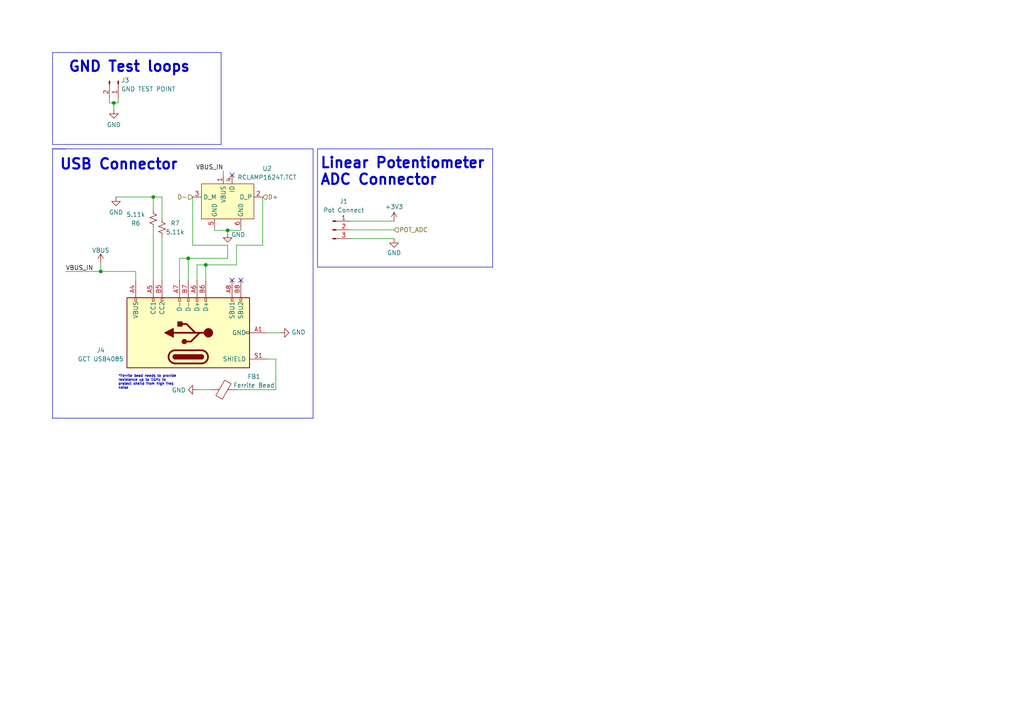
<source format=kicad_sch>
(kicad_sch (version 20230121) (generator eeschema)
  (paper "A4")
  (lib_symbols
    (symbol "Bluetooth-Pump-rescue:Ferrite_Bead-Device" (pin_numbers hide) (pin_names (offset 0))
      (property "Reference" "FB" (at -3.81 0.635 90))
      (property "Value" "Ferrite_Bead-Device" (at 3.81 0 90))
      (symbol "Ferrite_Bead-Device_0_1"
        (polyline (pts (xy 0 -1.27) (xy 0 -1.2192)))
        (polyline (pts (xy 0 1.27) (xy 0 1.2954)))
        (polyline (pts (xy -2.7686 0.4064) (xy -1.7018 2.2606) (xy 2.7686 -0.3048) (xy 1.6764 -2.159) (xy -2.7686 0.4064)))
      )
      (symbol "Ferrite_Bead-Device_1_1"
        (pin passive line (at 0 3.81 270) (length 2.54) (name "~") (number "1"))
        (pin passive line (at 0 -3.81 90) (length 2.54) (name "~") (number "2"))
      )
    )
    (symbol "Connector:Conn_01x02_Male" (pin_names (offset 1.016) hide)
      (property "Reference" "J" (at 0 2.54 0))
      (property "Value" "Conn_01x02_Male" (at 0 -5.08 0))
      (symbol "Conn_01x02_Male_1_1"
        (polyline (pts (xy 1.27 -2.54) (xy 0.8636 -2.54)) (stroke (width 0.1524)))
        (polyline (pts (xy 1.27 0) (xy 0.8636 0)) (stroke (width 0.1524)))
        (rectangle (start 0.8636 -2.413) (end 0 -2.667) (stroke (width 0.1524)) (fill (type outline)))
        (rectangle (start 0.8636 0.127) (end 0 -0.127) (stroke (width 0.1524)) (fill (type outline)))
        (pin passive line (at 5.08 0 180) (length 3.81) (name "Pin_1") (number "1"))
        (pin passive line (at 5.08 -2.54 180) (length 3.81) (name "Pin_2") (number "2"))
      )
    )
    (symbol "Connector:Conn_01x03_Pin" (pin_names (offset 1.016) hide)
      (property "Reference" "J" (at 0 5.08 0))
      (property "Value" "Conn_01x03_Pin" (at 0 -5.08 0))
      (symbol "Conn_01x03_Pin_1_1"
        (polyline (pts (xy 1.27 -2.54) (xy 0.8636 -2.54)) (stroke (width 0.1524)))
        (polyline (pts (xy 1.27 0) (xy 0.8636 0)) (stroke (width 0.1524)))
        (polyline (pts (xy 1.27 2.54) (xy 0.8636 2.54)) (stroke (width 0.1524)))
        (rectangle (start 0.8636 -2.413) (end 0 -2.667) (stroke (width 0.1524)) (fill (type outline)))
        (rectangle (start 0.8636 0.127) (end 0 -0.127) (stroke (width 0.1524)) (fill (type outline)))
        (rectangle (start 0.8636 2.667) (end 0 2.413) (stroke (width 0.1524)) (fill (type outline)))
        (pin passive line (at 5.08 2.54 180) (length 3.81) (name "Pin_1") (number "1"))
        (pin passive line (at 5.08 0 180) (length 3.81) (name "Pin_2") (number "2"))
        (pin passive line (at 5.08 -2.54 180) (length 3.81) (name "Pin_3") (number "3"))
      )
    )
    (symbol "Connector:USB_C_Receptacle_USB2.0" (pin_names (offset 1.016))
      (property "Reference" "J" (at -10.16 19.05 0))
      (property "Value" "USB_C_Receptacle_USB2.0" (at 19.05 19.05 0))
      (symbol "USB_C_Receptacle_USB2.0_0_0"
        (rectangle (start -0.254 -17.78) (end 0.254 -16.764))
        (rectangle (start 10.16 -14.986) (end 9.144 -15.494))
        (rectangle (start 10.16 -12.446) (end 9.144 -12.954))
        (rectangle (start 10.16 -4.826) (end 9.144 -5.334))
        (rectangle (start 10.16 -2.286) (end 9.144 -2.794))
        (rectangle (start 10.16 0.254) (end 9.144 -0.254))
        (rectangle (start 10.16 2.794) (end 9.144 2.286))
        (rectangle (start 10.16 7.874) (end 9.144 7.366))
        (rectangle (start 10.16 10.414) (end 9.144 9.906))
        (rectangle (start 10.16 15.494) (end 9.144 14.986))
      )
      (symbol "USB_C_Receptacle_USB2.0_0_1"
        (rectangle (start -10.16 17.78) (end 10.16 -17.78) (stroke (width 0.254)) (fill (type background)))
        (arc (start -8.89 -3.81) (mid -6.985 -5.7067) (end -5.08 -3.81) (stroke (width 0.508)))
        (arc (start -7.62 -3.81) (mid -6.985 -4.4423) (end -6.35 -3.81) (stroke (width 0.254)))
        (arc (start -7.62 -3.81) (mid -6.985 -4.4423) (end -6.35 -3.81) (stroke (width 0.254)) (fill (type outline)))
        (rectangle (start -7.62 -3.81) (end -6.35 3.81) (stroke (width 0.254)) (fill (type outline)))
        (arc (start -6.35 3.81) (mid -6.985 4.4423) (end -7.62 3.81) (stroke (width 0.254)))
        (arc (start -6.35 3.81) (mid -6.985 4.4423) (end -7.62 3.81) (stroke (width 0.254)) (fill (type outline)))
        (arc (start -5.08 3.81) (mid -6.985 5.7067) (end -8.89 3.81) (stroke (width 0.508)))
        (circle (center -2.54 1.143) (radius 0.635) (stroke (width 0.254)) (fill (type outline)))
        (circle (center 0 -5.842) (radius 1.27) (fill (type outline)))
        (polyline (pts (xy -8.89 -3.81) (xy -8.89 3.81)) (stroke (width 0.508)))
        (polyline (pts (xy -5.08 3.81) (xy -5.08 -3.81)) (stroke (width 0.508)))
        (polyline (pts (xy 0 -5.842) (xy 0 4.318)) (stroke (width 0.508)))
        (polyline (pts (xy 0 -3.302) (xy -2.54 -0.762) (xy -2.54 0.508)) (stroke (width 0.508)))
        (polyline (pts (xy 0 -2.032) (xy 2.54 0.508) (xy 2.54 1.778)) (stroke (width 0.508)))
        (polyline (pts (xy -1.27 4.318) (xy 0 6.858) (xy 1.27 4.318) (xy -1.27 4.318)) (stroke (width 0.254)) (fill (type outline)))
        (rectangle (start 1.905 1.778) (end 3.175 3.048) (stroke (width 0.254)) (fill (type outline)))
      )
      (symbol "USB_C_Receptacle_USB2.0_1_1"
        (pin passive line (at 0 -22.86 90) (length 5.08) (name "GND") (number "A1"))
        (pin passive line (at 0 -22.86 90) (length 5.08) hide (name "GND") (number "A12"))
        (pin passive line (at 15.24 15.24 180) (length 5.08) (name "VBUS") (number "A4"))
        (pin bidirectional line (at 15.24 10.16 180) (length 5.08) (name "CC1") (number "A5"))
        (pin bidirectional line (at 15.24 -2.54 180) (length 5.08) (name "D+") (number "A6"))
        (pin bidirectional line (at 15.24 2.54 180) (length 5.08) (name "D-") (number "A7"))
        (pin bidirectional line (at 15.24 -12.7 180) (length 5.08) (name "SBU1") (number "A8"))
        (pin passive line (at 15.24 15.24 180) (length 5.08) hide (name "VBUS") (number "A9"))
        (pin passive line (at 0 -22.86 90) (length 5.08) hide (name "GND") (number "B1"))
        (pin passive line (at 0 -22.86 90) (length 5.08) hide (name "GND") (number "B12"))
        (pin passive line (at 15.24 15.24 180) (length 5.08) hide (name "VBUS") (number "B4"))
        (pin bidirectional line (at 15.24 7.62 180) (length 5.08) (name "CC2") (number "B5"))
        (pin bidirectional line (at 15.24 -5.08 180) (length 5.08) (name "D+") (number "B6"))
        (pin bidirectional line (at 15.24 0 180) (length 5.08) (name "D-") (number "B7"))
        (pin bidirectional line (at 15.24 -15.24 180) (length 5.08) (name "SBU2") (number "B8"))
        (pin passive line (at 15.24 15.24 180) (length 5.08) hide (name "VBUS") (number "B9"))
        (pin passive line (at -7.62 -22.86 90) (length 5.08) (name "SHIELD") (number "S1"))
      )
    )
    (symbol "Device:R_Small_US" (pin_numbers hide) (pin_names (offset 0.254) hide)
      (property "Reference" "R" (at 0.762 0.508 0))
      (property "Value" "R_Small_US" (at 0.762 -1.016 0))
      (symbol "R_Small_US_1_1"
        (polyline (pts (xy 0 0) (xy 1.016 -0.381) (xy 0 -0.762) (xy -1.016 -1.143) (xy 0 -1.524)))
        (polyline (pts (xy 0 1.524) (xy 1.016 1.143) (xy 0 0.762) (xy -1.016 0.381) (xy 0 0)))
        (pin passive line (at 0 2.54 270) (length 1.016) (name "~") (number "1"))
        (pin passive line (at 0 -2.54 90) (length 1.016) (name "~") (number "2"))
      )
    )
    (symbol "GND_1" (power) (pin_names (offset 0))
      (property "Value" "GND_1" (at 0 -3.81 0))
      (symbol "GND_1_0_1"
        (polyline (pts (xy 0 0) (xy 0 -1.27) (xy 1.27 -1.27) (xy 0 -2.54) (xy -1.27 -1.27) (xy 0 -1.27)))
      )
      (symbol "GND_1_1_1"
        (pin power_in line (at 0 0 270) (length 0) hide (name "GND") (number "1"))
      )
    )
    (symbol "GlucoseWatchschematics:RCLAMP1624T.TCT"
      (property "Reference" "U" (at 11.43 10.16 0))
      (property "Value" "RCLAMP1624T.TCT" (at 11.43 7.62 0))
      (symbol "RCLAMP1624T.TCT_0_1"
        (rectangle (start -7.62 5.08) (end 7.62 -5.08) (fill (type background)))
      )
      (symbol "RCLAMP1624T.TCT_1_1"
        (pin power_in line (at -1.27 7.62 270) (length 2.54) (name "VBUS") (number "1"))
        (pin input line (at 10.16 1.27 180) (length 2.54) (name "D_P") (number "2"))
        (pin input line (at -10.16 1.27 0) (length 2.54) (name "D_M") (number "3"))
        (pin input line (at 1.27 7.62 270) (length 2.54) (name "ID") (number "4"))
        (pin power_in line (at -3.81 -7.62 90) (length 2.54) (name "GND") (number "5"))
        (pin power_in line (at 3.81 -7.62 90) (length 2.54) (name "GND") (number "6"))
      )
    )
    (symbol "power:+3V3" (power) (pin_names (offset 0))
      (property "Value" "+3V3" (at 0 3.556 0))
      (symbol "+3V3_0_1"
        (polyline (pts (xy -0.762 1.27) (xy 0 2.54)))
        (polyline (pts (xy 0 0) (xy 0 2.54)))
        (polyline (pts (xy 0 2.54) (xy 0.762 1.27)))
      )
      (symbol "+3V3_1_1"
        (pin power_in line (at 0 0 90) (length 0) hide (name "+3V3") (number "1"))
      )
    )
    (symbol "power:GND" (power) (pin_names (offset 0))
      (property "Value" "GND" (at 0 -3.81 0))
      (symbol "GND_0_1"
        (polyline (pts (xy 0 0) (xy 0 -1.27) (xy 1.27 -1.27) (xy 0 -2.54) (xy -1.27 -1.27) (xy 0 -1.27)))
      )
      (symbol "GND_1_1"
        (pin power_in line (at 0 0 270) (length 0) hide (name "GND") (number "1"))
      )
    )
    (symbol "power:VBUS" (power) (pin_names (offset 0))
      (property "Value" "VBUS" (at 0 3.81 0))
      (symbol "VBUS_0_1"
        (polyline (pts (xy -0.762 1.27) (xy 0 2.54)))
        (polyline (pts (xy 0 0) (xy 0 2.54)))
        (polyline (pts (xy 0 2.54) (xy 0.762 1.27)))
      )
      (symbol "VBUS_1_1"
        (pin power_in line (at 0 0 90) (length 0) hide (name "VBUS") (number "1"))
      )
    )
  )
  (junction (at 29.21 78.74))
  (junction (at 59.69 76.835))
  (junction (at 54.61 74.93))
  (junction (at 44.45 57.15))
  (junction (at 33.02 29.845))
  (junction (at 66.04 66.802))
  (no_connect (at 69.85 81.28))
  (no_connect (at 67.31 81.28))
  (no_connect (at 67.31 50.8))
  (wire (pts (xy 57.15 76.835) (xy 59.69 76.835)))
  (wire (pts (xy 80.01 113.03) (xy 68.58 113.03)))
  (polyline (pts (xy 90.805 121.285) (xy 15.24 121.285)))
  (polyline (pts (xy 15.24 43.18) (xy 90.805 43.18)))
  (wire (pts (xy 34.29 29.845) (xy 34.29 28.575)))
  (wire (pts (xy 33.02 29.845) (xy 33.02 31.75)))
  (polyline (pts (xy 64.135 41.91) (xy 15.24 41.91)))
  (wire (pts (xy 46.99 57.15) (xy 46.99 63.5)))
  (wire (pts (xy 66.04 66.802) (xy 66.04 67.691)))
  (wire (pts (xy 66.04 66.802) (xy 69.85 66.802)))
  (wire (pts (xy 77.47 96.52) (xy 81.28 96.52)))
  (wire (pts (xy 52.07 74.93) (xy 54.61 74.93)))
  (wire (pts (xy 54.61 74.93) (xy 54.61 81.28)))
  (wire (pts (xy 69.85 66.802) (xy 69.85 66.04)))
  (polyline (pts (xy 92.075 43.18) (xy 142.875 43.18)))
  (wire (pts (xy 31.75 28.575) (xy 31.75 29.845)))
  (polyline (pts (xy 92.075 77.47) (xy 142.875 77.47)))
  (polyline (pts (xy 92.075 43.18) (xy 92.075 77.47)))
  (polyline (pts (xy 17.145 15.24) (xy 64.135 15.24)))
  (wire (pts (xy 80.01 104.14) (xy 80.01 113.03)))
  (wire (pts (xy 44.45 66.04) (xy 44.45 81.28)))
  (wire (pts (xy 62.23 66.04) (xy 62.23 66.802)))
  (wire (pts (xy 101.6 66.675) (xy 114.3 66.675)))
  (wire (pts (xy 64.77 49.53) (xy 64.77 50.8)))
  (polyline (pts (xy 15.24 121.285) (xy 15.24 43.18)))
  (wire (pts (xy 59.69 76.835) (xy 68.58 76.835)))
  (wire (pts (xy 39.37 78.74) (xy 39.37 81.28)))
  (wire (pts (xy 68.58 71.12) (xy 76.2 71.12)))
  (wire (pts (xy 57.15 81.28) (xy 57.15 76.835)))
  (wire (pts (xy 44.45 57.15) (xy 44.45 60.96)))
  (wire (pts (xy 29.21 76.2) (xy 29.21 78.74)))
  (wire (pts (xy 46.99 57.15) (xy 44.45 57.15)))
  (polyline (pts (xy 90.805 43.18) (xy 90.805 121.285)))
  (wire (pts (xy 59.69 76.835) (xy 59.69 81.28)))
  (wire (pts (xy 101.6 64.135) (xy 114.3 64.135)))
  (wire (pts (xy 76.2 71.12) (xy 76.2 57.15)))
  (wire (pts (xy 31.75 29.845) (xy 33.02 29.845)))
  (wire (pts (xy 101.6 69.215) (xy 114.3 69.215)))
  (wire (pts (xy 29.21 78.74) (xy 39.37 78.74)))
  (wire (pts (xy 19.05 78.74) (xy 29.21 78.74)))
  (wire (pts (xy 54.61 74.93) (xy 66.04 74.93)))
  (wire (pts (xy 77.47 104.14) (xy 80.01 104.14)))
  (wire (pts (xy 33.02 29.845) (xy 34.29 29.845)))
  (wire (pts (xy 33.655 57.15) (xy 44.45 57.15)))
  (wire (pts (xy 66.04 74.93) (xy 66.04 71.12)))
  (polyline (pts (xy 15.24 15.24) (xy 17.145 15.24)))
  (wire (pts (xy 46.99 68.58) (xy 46.99 81.28)))
  (polyline (pts (xy 15.24 43.18) (xy 19.05 43.18)))
  (wire (pts (xy 62.23 66.802) (xy 66.04 66.802)))
  (polyline (pts (xy 15.24 41.91) (xy 15.24 15.24)))
  (wire (pts (xy 68.58 76.835) (xy 68.58 71.12)))
  (wire (pts (xy 52.07 81.28) (xy 52.07 74.93)))
  (wire (pts (xy 57.15 113.03) (xy 60.96 113.03)))
  (polyline (pts (xy 142.875 77.47) (xy 142.875 43.18)))
  (wire (pts (xy 55.88 71.12) (xy 55.88 57.15)))
  (wire (pts (xy 55.88 71.12) (xy 66.04 71.12)))
  (polyline (pts (xy 64.135 15.24) (xy 64.135 41.91)))
  (text "Linear Potentiometer\nADC Connector" (at 92.71 53.975 0) (effects (font (size 3 3) (thickness 0.6) bold) (justify left bottom)))
  (text "*Ferrite bead needs to provide \nresistance up to 1GHz to \nprotect sheild from high freq\nnoise" (at 34.29 113.03 0) (effects (font (size 0.7112 0.7112)) (justify left bottom)))
  (text "USB Connector\n" (at 17.145 49.53 0) (effects (font (size 3 3) (thickness 0.6) bold) (justify left bottom)))
  (text "GND Test loops\n\n" (at 19.685 26.035 0) (effects (font (size 3 3) (thickness 0.6) bold) (justify left bottom)))
  (label "VBUS_IN" (at 64.77 49.53 180))
  (label "VBUS_IN" (at 19.05 78.74 0))
  (hierarchical_label "POT_ADC" (shape input) (at 114.3 66.675 0))
  (hierarchical_label "D+" (shape input) (at 76.2 57.15 0))
  (hierarchical_label "D-" (shape input) (at 55.88 57.15 180))
  (symbol (lib_id "power:+3V3") (at 114.3 64.135 0) (unit 1)
    (property "Reference" "#PWR061" (effects hide))
    (property "Value" "+3V3" (at 114.3 60.0019 0))
  )
  (symbol (lib_id "Device:R_Small_US") (at 46.99 66.04 180) (unit 1)
    (property "Reference" "R7" (at 50.8 64.77 0))
    (property "Value" "5.11k" (at 50.8 67.31 0))
    (property "Footprint" "Resistor_SMD:R_0402_1005Metric" (effects hide))
  )
  (symbol (lib_name "GND_1") (lib_id "power:GND") (at 114.3 69.215 0) (unit 1)
    (property "Reference" "#PWR062" (effects hide))
    (property "Value" "GND" (at 114.3 73.3481 0))
  )
  (symbol (lib_id "power:GND") (at 57.15 113.03 270) (unit 1)
    (property "Reference" "#PWR013" (effects hide))
    (property "Value" "GND" (at 53.8988 113.157 90) (effects (justify right)))
  )
  (symbol (lib_id "Device:R_Small_US") (at 44.45 63.5 180) (unit 1)
    (property "Reference" "R6" (at 39.37 64.77 0))
    (property "Value" "5.11k" (at 39.37 62.23 0))
    (property "Footprint" "Resistor_SMD:R_0402_1005Metric" (effects hide))
    (property "LCSC" "C310235" (effects hide))
  )
  (symbol (lib_id "Bluetooth-Pump-rescue:Ferrite_Bead-Device") (at 64.77 113.03 270) (unit 1)
    (property "Reference" "FB1" (at 73.66 109.22 90))
    (property "Value" "Ferrite Bead" (at 73.66 111.76 90))
    (property "Footprint" "Inductor_SMD:L_0402_1005Metric" (effects hide))
    (property "LCSC" "C21516" (effects hide))
  )
  (symbol (lib_id "Connector:USB_C_Receptacle_USB2.0") (at 54.61 96.52 90) (unit 1)
    (property "Reference" "J4" (at 29.21 101.6 90))
    (property "Value" "GCT USB4085" (at 29.21 104.14 90))
    (property "Footprint" "Connector_USB:USB_C_Receptacle_GCT_USB4085" (effects hide))
    (property "Datasheet" "https://www.usb.org/sites/default/files/documents/usb_type-c.zip" (effects hide))
  )
  (symbol (lib_id "power:GND") (at 66.04 67.691 0) (unit 1)
    (property "Reference" "#PWR014" (effects hide))
    (property "Value" "GND" (at 69.088 68.072 0))
  )
  (symbol (lib_id "power:GND") (at 33.655 57.15 0) (unit 1)
    (property "Reference" "#PWR010" (effects hide))
    (property "Value" "GND" (at 33.655 61.5934 0))
  )
  (symbol (lib_id "Connector:Conn_01x03_Pin") (at 96.52 66.675 0) (unit 1)
    (property "Reference" "J1" (at 99.695 58.42 0))
    (property "Value" "Pot Connect" (at 99.695 60.96 0))
    (property "Footprint" "Connector_PinHeader_1.00mm:PinHeader_1x03_P1.00mm_Vertical" (effects hide))
  )
  (symbol (lib_id "power:VBUS") (at 29.21 76.2 0) (unit 1)
    (property "Reference" "#PWR011" (effects hide))
    (property "Value" "VBUS" (at 29.21 72.6242 0))
  )
  (symbol (lib_id "GlucoseWatchschematics:RCLAMP1624T.TCT") (at 66.04 58.42 0) (unit 1)
    (property "Reference" "U2" (at 77.47 48.895 0))
    (property "Value" "RCLAMP1624T.TCT" (at 77.47 51.435 0))
    (property "Footprint" "GlucoseWatchFootprints:SLP1710P4T" (effects hide))
    (property "Datasheet" "https://semtech.my.salesforce.com/sfc/p/#E0000000JelG/a/44000000MChh/8MoVECasdJU0K6K58HLazk2xPXNl.hax96nsZKmG2bM" (effects hide))
    (property "Digikey" "https://www.digikey.co.nz/en/products/detail/semtech-corporation/RCLAMP1624T-TCT/4626649" (effects hide))
    (property "LCSC" "C1973485" (effects hide))
  )
  (symbol (lib_id "Connector:Conn_01x02_Male") (at 34.29 23.495 270) (unit 1)
    (property "Reference" "J3" (at 35.1282 23.2953 90) (effects (justify left)))
    (property "Value" "GND TEST POINT" (at 35.1282 25.8322 90) (effects (justify left)))
    (property "Footprint" "Connector_PinHeader_1.27mm:PinHeader_1x02_P1.27mm_Vertical" (effects hide))
  )
  (symbol (lib_id "power:GND") (at 81.28 96.52 90) (unit 1)
    (property "Reference" "#PWR015" (effects hide))
    (property "Value" "GND" (at 84.5312 96.393 90) (effects (justify right)))
  )
  (symbol (lib_id "power:GND") (at 33.02 31.75 0) (unit 1)
    (property "Reference" "#PWR012" (effects hide))
    (property "Value" "GND" (at 33.02 36.1934 0))
  )
)
</source>
